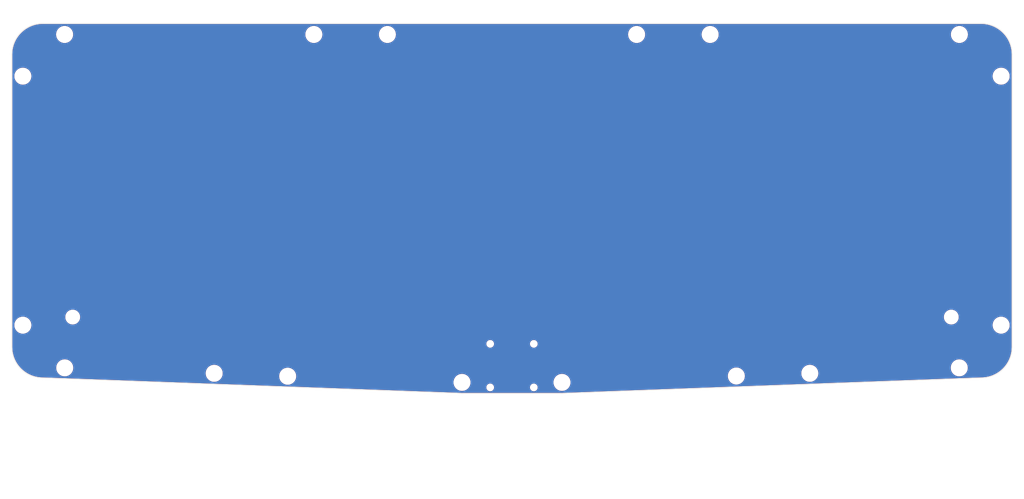
<source format=kicad_pcb>
(kicad_pcb (version 20211014) (generator pcbnew)
  (title_block (title "lego technic beam sandwich - base plate") (rev "0.3"))
  (layers (0 "F.Cu" signal) (31 "B.Cu" signal) (34 "B.Paste" user) (35 "F.Paste" user) (36 "B.SilkS" user "B.Silkscreen") (37 "F.SilkS" user "F.Silkscreen") (38 "B.Mask" user) (39 "F.Mask" user) (44 "Edge.Cuts" user))
  (net 0 "")
  (footprint "MountingHole:MountingHole_5mm" (layer "F.Cu") (at 142.4 26)
    (fp_text reference "REF**" hide)
    (fp_text value "MountingHole_5mm")
    (pad "" np_thru_hole circle (at 0 0) (size 5 5) (drill 5) (layers *.Cu *.Mask))
  )
  (footprint "MountingHole:MountingHole_5mm" (layer "F.Cu") (at 86.807925 134.867604)
    (fp_text reference "REF**" hide)
    (fp_text value "MountingHole_5mm")
    (pad "" np_thru_hole circle (at 0 0) (size 5 5) (drill 5) (layers *.Cu *.Mask))
  )
  (footprint "MountingHole:MountingHole_5mm" (layer "F.Cu") (at 326 26)
    (fp_text reference "REF**" hide)
    (fp_text value "MountingHole_5mm")
    (pad "" np_thru_hole circle (at 0 0) (size 5 5) (drill 5) (layers *.Cu *.Mask))
  )
  (footprint "MountingHole:MountingHole_5mm" (layer "F.Cu") (at 222.4 26)
    (fp_text reference "REF**" hide)
    (fp_text value "MountingHole_5mm")
    (pad "" np_thru_hole circle (at 0 0) (size 5 5) (drill 5) (layers *.Cu *.Mask))
  )
  (footprint "MountingHole:MountingHole_5mm" (layer "F.Cu") (at 325.959838 133.108706)
    (fp_text reference "REF**" hide)
    (fp_text value "MountingHole_5mm")
    (pad "" np_thru_hole circle (at 0 0) (size 5 5) (drill 5) (layers *.Cu *.Mask))
  )
  (footprint "MountingHole:MountingHole_5mm" (layer "F.Cu") (at 38.8 26)
    (fp_text reference "REF**" hide)
    (fp_text value "MountingHole_5mm")
    (pad "" np_thru_hole circle (at 0 0) (size 5 5) (drill 5) (layers *.Cu *.Mask))
  )
  (footprint "MountingHole:MountingHole_4.3mm_M4" (layer "F.Cu") (at 41.4 116.8)
    (fp_text reference "REF**" hide)
    (fp_text value "MountingHole_4.3mm_M4")
    (pad "" np_thru_hole circle (at 0 0) (size 4.3 4.3) (drill 4.3) (layers *.Cu *.Mask))
  )
  (footprint "MountingHole:MountingHole_5mm" (layer "F.Cu") (at 110.4 135.8)
    (fp_text reference "REF**" hide)
    (fp_text value "MountingHole_5mm")
    (pad "" np_thru_hole circle (at 0 0) (size 5 5) (drill 5) (layers *.Cu *.Mask))
  )
  (footprint "MountingHole:MountingHole_5mm" (layer "F.Cu") (at 38.840162 133.108706)
    (fp_text reference "REF**" hide)
    (fp_text value "MountingHole_5mm")
    (pad "" np_thru_hole circle (at 0 0) (size 5 5) (drill 5) (layers *.Cu *.Mask))
  )
  (footprint "MountingHole:MountingHole_5mm" (layer "F.Cu") (at 118.8 26)
    (fp_text reference "REF**" hide)
    (fp_text value "MountingHole_5mm")
    (pad "" np_thru_hole circle (at 0 0) (size 5 5) (drill 5) (layers *.Cu *.Mask))
  )
  (footprint "MountingEquipment:lego technic beam 13m" (layer "F.Cu") (at 78.8 26)
    (fp_text reference "REF**" hide)
    (fp_text value "lego technic beam 13m" hide)
  )
  (footprint "MountingHole:MountingHole_5mm" (layer "F.Cu") (at 339.4 119.4)
    (fp_text reference "REF**" hide)
    (fp_text value "MountingHole_5mm")
    (pad "" np_thru_hole circle (at 0 0) (size 5 5) (drill 5) (layers *.Cu *.Mask))
  )
  (footprint "MountingHole:MountingHole_2mm" (layer "F.Cu") (at 175.4 139.4)
    (fp_text reference "REF**" hide)
    (fp_text value "MountingHole_2mm")
    (pad "" np_thru_hole circle (at 0 0) (size 2 2) (drill 2) (layers *.Cu *.Mask))
  )
  (footprint "MountingHole:MountingHole_5mm" (layer "F.Cu") (at 246 26)
    (fp_text reference "REF**" hide)
    (fp_text value "MountingHole_5mm")
    (pad "" np_thru_hole circle (at 0 0) (size 5 5) (drill 5) (layers *.Cu *.Mask))
  )
  (footprint "MountingHole:MountingHole_2mm" (layer "F.Cu") (at 189.4 139.4)
    (fp_text reference "REF**" hide)
    (fp_text value "MountingHole_2mm")
    (pad "" np_thru_hole circle (at 0 0) (size 2 2) (drill 2) (layers *.Cu *.Mask))
  )
  (footprint "MountingEquipment:lego technic beam 13m" (layer "F.Cu") (at 182.4 26)
    (fp_text reference "REF**" hide)
    (fp_text value "lego technic beam 13m" hide)
  )
  (footprint "MountingEquipment:lego technic beam 13m" (layer "F.Cu") (at 25.4 79.4 90)
    (fp_text reference "REF**" hide)
    (fp_text value "lego technic beam 13m" hide)
  )
  (footprint "MountingHole:MountingHole_5mm" (layer "F.Cu") (at 25.4 119.4)
    (fp_text reference "REF**" hide)
    (fp_text value "MountingHole_5mm")
    (pad "" np_thru_hole circle (at 0 0) (size 5 5) (drill 5) (layers *.Cu *.Mask))
  )
  (footprint "MountingHole:MountingHole_5mm" (layer "F.Cu") (at 339.4 39.4)
    (fp_text reference "REF**" hide)
    (fp_text value "MountingHole_5mm")
    (pad "" np_thru_hole circle (at 0 0) (size 5 5) (drill 5) (layers *.Cu *.Mask))
  )
  (footprint "MountingEquipment:lego technic beam 9m * 2" (layer "F.Cu") (at 266.2 135.3 2.1)
    (fp_text reference "REF**" hide)
    (fp_text value "lego technic beam 9m * 2" hide)
  )
  (footprint "MountingHole:MountingHole_2mm" (layer "F.Cu") (at 189.4 125.4)
    (fp_text reference "REF**" hide)
    (fp_text value "MountingHole_2mm")
    (pad "" np_thru_hole circle (at 0 0) (size 2 2) (drill 2) (layers *.Cu *.Mask))
  )
  (footprint "MountingHole:MountingHole_5mm" (layer "F.Cu") (at 254.407925 135.732396)
    (fp_text reference "REF**" hide)
    (fp_text value "MountingHole_5mm")
    (pad "" np_thru_hole circle (at 0 0) (size 5 5) (drill 5) (layers *.Cu *.Mask))
  )
  (footprint "MountingHole:MountingHole_2mm" (layer "F.Cu") (at 175.4 125.4)
    (fp_text reference "REF**" hide)
    (fp_text value "MountingHole_2mm")
    (pad "" np_thru_hole circle (at 0 0) (size 2 2) (drill 2) (layers *.Cu *.Mask))
  )
  (footprint "MountingHole:MountingHole_5mm" (layer "F.Cu") (at 277.992075 134.867604)
    (fp_text reference "REF**" hide)
    (fp_text value "MountingHole_5mm")
    (pad "" np_thru_hole circle (at 0 0) (size 5 5) (drill 5) (layers *.Cu *.Mask))
  )
  (footprint "MountingHole:MountingHole_4.3mm_M4" (layer "F.Cu") (at 323.4 116.8)
    (fp_text reference "REF**" hide)
    (fp_text value "MountingHole_4.3mm_M4")
    (pad "" np_thru_hole circle (at 0 0) (size 4.3 4.3) (drill 4.3) (layers *.Cu *.Mask))
  )
  (footprint "MountingEquipment:lego technic beam 9m * 2" (layer "F.Cu") (at 98.6 135.3 -2.1)
    (fp_text reference "REF**" hide)
    (fp_text value "lego technic beam 9m * 2" hide)
  )
  (footprint "MountingHole:MountingHole_5mm" (layer "F.Cu") (at 198.445535 137.784443)
    (fp_text reference "REF**" hide)
    (fp_text value "MountingHole_5mm")
    (pad "" np_thru_hole circle (at 0 0) (size 5 5) (drill 5) (layers *.Cu *.Mask))
  )
  (footprint "MountingEquipment:lego technic beam 13m" (layer "F.Cu") (at 286 26)
    (fp_text reference "REF**" hide)
    (fp_text value "lego technic beam 13m" hide)
  )
  (footprint "MountingEquipment:lego technic beam 13m" (layer "F.Cu") (at 339.4 79.4 90)
    (fp_text reference "REF**" hide)
    (fp_text value "lego technic beam 13m" hide)
  )
  (footprint "MountingHole:MountingHole_5mm" (layer "F.Cu") (at 25.4 39.4)
    (fp_text reference "REF**" hide)
    (fp_text value "MountingHole_5mm")
    (pad "" np_thru_hole circle (at 0 0) (size 5 5) (drill 5) (layers *.Cu *.Mask))
  )
  (footprint "MountingHole:MountingHole_5mm" (layer "F.Cu") (at 166.354465 137.784443)
    (fp_text reference "REF**" hide)
    (fp_text value "MountingHole_5mm")
    (pad "" np_thru_hole circle (at 0 0) (size 5 5) (drill 5) (layers *.Cu *.Mask))
  )
  (gr_arc (start 343 126.4) (mid 340.071068 133.471068) (end 333 136.4) (layer "Edge.Cuts") (width 0.1))
  (gr_line (start 333 22.4) (end 31.8 22.4) (layer "Edge.Cuts") (width 0.1))
  (gr_line (start 166.354465 141.384442) (end 198.445535 141.384442) (layer "Edge.Cuts") (width 0.1))
  (gr_line (start 198.445535 141.384442) (end 333 136.4) (layer "Edge.Cuts") (width 0.1))
  (gr_arc (start 31.8 136.4) (mid 24.728932 133.471068) (end 21.8 126.4) (layer "Edge.Cuts") (width 0.1))
  (gr_arc (start 333 22.4) (mid 340.071068 25.328932) (end 343 32.4) (layer "Edge.Cuts") (width 0.1))
  (gr_arc (start 21.8 32.4) (mid 24.728932 25.328932) (end 31.8 22.4) (layer "Edge.Cuts") (width 0.1))
  (gr_line (start 21.8 32.4) (end 21.8 126.4) (layer "Edge.Cuts") (width 0.1))
  (gr_line (start 31.8 136.4) (end 166.354465 141.384442) (layer "Edge.Cuts") (width 0.1))
  (gr_line (start 343 32.4) (end 343 126.4) (layer "Edge.Cuts") (width 0.1))
  (zone (net 0) (net_name "") (layers F&B.Cu) (connect_pads (clearance 0.25)) (min_thickness 0.254) (fill yes (thermal_gap 0.508) (thermal_bridge_width 0.508))
    (polygon (pts (xy 343.4 141.6) (xy 21.400124 141.6) (xy 21.4 22) (xy 343.4 22)))
  )
)
</source>
